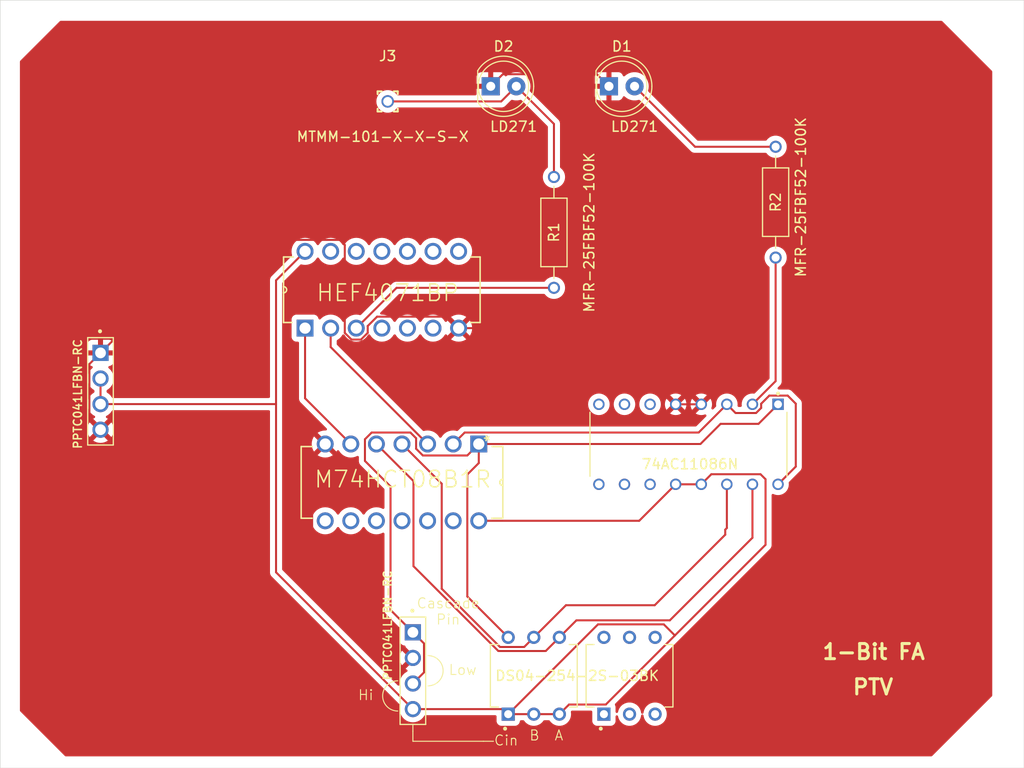
<source format=kicad_pcb>
(kicad_pcb (version 20240108) (generator "pcbnew") (generator_version "8.0")
  (layers (0 "F.Cu" signal) (31 "B.Cu" signal) (34 "B.Paste" user) (35 "F.Paste" user) (36 "B.SilkS" user "B.Silkscreen") (37 "F.SilkS" user "F.Silkscreen") (38 "B.Mask" user) (39 "F.Mask" user) (44 "Edge.Cuts" user))
  (net 0 "")
  (net 1 "Net-(D1-A)")
  (net 2 "+5V")
  (net 3 "Net-(D2-A)")
  (net 4 "GND")
  (net 5 "/Cin")
  (net 6 "Net-(U3-1Y)")
  (net 7 "/A")
  (net 8 "/B")
  (net 24 "Net-(U4-1Y)")
  (net 35 "Net-(U1-1Y)")
  (net 36 "Net-(U1-2Y)")
  (net 38 "Net-(U1-1B)")
  (footprint "PPTC041LFBN-RC:SULLINS_PPTC041LFBN-RC" (layer "F.Cu") (at 129.5 135.5 -90)
    (property "Reference" "J2" (hide yes))
    (property "Value" "PPTC041LFBN-RC" (at -4.5 2.5 90) (layer "F.SilkS") (effects (font (size 0.8 0.8))))
    (fp_line (start -5.33 1.27) (end 5.33 1.27) (stroke (width 0.127)) (layer "F.SilkS"))
    (fp_line (start 5.33 1.27) (end 5.33 -1.27) (stroke (width 0.127)) (layer "F.SilkS"))
    (fp_line (start -5.33 -1.27) (end -5.33 1.27) (stroke (width 0.127)) (layer "F.SilkS"))
    (fp_line (start 5.33 -1.27) (end -5.33 -1.27) (stroke (width 0.127)) (layer "F.SilkS"))
    (fp_circle (center -5.96 0.05) (end -5.86 0.05) (stroke (width 0.2)) (fill none) (layer "F.SilkS"))
    (pad "1" thru_hole rect (at -3.81 0 270) (size 1.605 1.605) (drill 1.07) (layers "*.Cu" "*.Mask") (net 5 "/Cin"))
    (pad "2" thru_hole circle (at -1.27 0 270) (size 1.605 1.605) (drill 1.07) (layers "*.Cu" "*.Mask") (net 4 "GND"))
    (pad "3" thru_hole circle (at 1.27 0 270) (size 1.605 1.605) (drill 1.07) (layers "*.Cu" "*.Mask") (net 5 "/Cin"))
    (pad "4" thru_hole circle (at 3.81 0 270) (size 1.605 1.605) (drill 1.07) (layers "*.Cu" "*.Mask") (net 2 "+5V"))
  )
  (footprint "DS04-254-2S-03BK:SW_DS04-254-2S-03BK" (layer "F.Cu") (at 141.5 136 90)
    (property "Reference" "S1" (hide yes))
    (property "Value" "DS04-254-2S-03BK" (at 0 4.31 0) (layer "F.SilkS"))
    (fp_line (start 3.1 -4.31) (end -3.1 -4.31) (stroke (width 0.127)) (layer "F.SilkS"))
    (fp_line (start -3.1 -4.31) (end -3.1 -3.52) (stroke (width 0.127)) (layer "F.SilkS"))
    (fp_line (start 3.1 -3.52) (end 3.1 -4.31) (stroke (width 0.127)) (layer "F.SilkS"))
    (fp_line (start -3.1 3.52) (end -3.1 4.31) (stroke (width 0.127)) (layer "F.SilkS"))
    (fp_line (start 3.1 4.31) (end 3.1 3.52) (stroke (width 0.127)) (layer "F.SilkS"))
    (fp_line (start -3.1 4.31) (end 3.1 4.31) (stroke (width 0.127)) (layer "F.SilkS"))
    (fp_circle (center -5.25 -2.85) (end -5.15 -2.85) (stroke (width 0.2)) (fill none) (layer "F.SilkS"))
    (pad "1A" thru_hole rect (at -3.81 -2.54 90) (size 1.308 1.308) (drill 0.8) (layers "*.Cu" "*.Mask") (net 2 "+5V"))
    (pad "1B" thru_hole circle (at 3.81 -2.54 90) (size 1.308 1.308) (drill 0.8) (layers "*.Cu" "*.Mask") (net 5 "/Cin"))
    (pad "2A" thru_hole circle (at -3.81 0 90) (size 1.308 1.308) (drill 0.8) (layers "*.Cu" "*.Mask") (net 2 "+5V"))
    (pad "2B" thru_hole circle (at 3.81 0 90) (size 1.308 1.308) (drill 0.8) (layers "*.Cu" "*.Mask") (net 8 "/B"))
    (pad "3A" thru_hole circle (at -3.81 2.54 90) (size 1.308 1.308) (drill 0.8) (layers "*.Cu" "*.Mask") (net 2 "+5V"))
    (pad "3B" thru_hole circle (at 3.81 2.54 90) (size 1.308 1.308) (drill 0.8) (layers "*.Cu" "*.Mask") (net 7 "/A"))
  )
  (footprint "LED_THT:LED_D5.0mm_IRGrey" (layer "F.Cu") (at 137.225 77.5)
    (property "Reference" "D2" (at 1.27 -3.96 0) (layer "F.SilkS"))
    (property "Value" "LD271" (at 2.275 4 0) (layer "F.SilkS"))
    (fp_line (start -1.29 -1.545) (end -1.29 1.545) (stroke (width 0.12)) (layer "F.SilkS"))
    (fp_arc (start -1.29 -1.54483) (mid 2.072002 -2.880433) (end 4.26 0.000462) (stroke (width 0.12)) (layer "F.SilkS"))
    (fp_arc (start 4.26 -0.000462) (mid 2.072002 2.880433) (end -1.29 1.54483) (stroke (width 0.12)) (layer "F.SilkS"))
    (fp_circle (center 1.27 0) (end 3.77 0) (stroke (width 0.12)) (fill none) (layer "F.SilkS"))
    (pad "1" thru_hole rect (at 0 0) (size 1.8 1.8) (drill 0.9) (layers "*.Cu" "*.Mask") (net 4 "GND"))
    (pad "2" thru_hole circle (at 2.54 0) (size 1.8 1.8) (drill 0.9) (layers "*.Cu" "*.Mask") (net 3 "Net-(D2-A)"))
  )
  (footprint "MTMM-101-X-X-S-X:SAMTEC_MTMM-101-X-X-S-X" (layer "F.Cu") (at 127 79)
    (property "Reference" "J3" (at 0 -4.5 0) (layer "F.SilkS"))
    (property "Value" "MTMM-101-X-X-S-X" (at -0.5 3.5 0) (layer "F.SilkS"))
    (fp_line (start -1 -1) (end -1 -0.73) (stroke (width 0.2)) (layer "F.SilkS"))
    (fp_line (start -1 -1) (end -0.605 -1) (stroke (width 0.2)) (layer "F.SilkS"))
    (fp_line (start -1 1) (end -1 0.73) (stroke (width 0.2)) (layer "F.SilkS"))
    (fp_line (start -0.605 1) (end -1 1) (stroke (width 0.2)) (layer "F.SilkS"))
    (fp_line (start 0.605 -1) (end 1 -1) (stroke (width 0.2)) (layer "F.SilkS"))
    (fp_line (start 1 -1) (end 1 -0.73) (stroke (width 0.2)) (layer "F.SilkS"))
    (fp_line (start 1 1) (end 0.605 1) (stroke (width 0.2)) (layer "F.SilkS"))
    (fp_line (start 1 1) (end 1 0.73) (stroke (width 0.2)) (layer "F.SilkS"))
    (pad "01" thru_hole circle (at 0 0) (size 1.24 1.24) (drill 0.89) (layers "*.Cu" "*.Mask") (net 3 "Net-(D2-A)"))
  )
  (footprint "HEF4071BP:DIP254P762X420-14" (layer "F.Cu") (at 134.04 93.88 90)
    (property "Reference" "U3" (hide yes))
    (property "Value" "HEF4071BP" (at -4.12 -7.04 0) (layer "F.SilkS") (effects (font (size 1.642244 1.642244))))
    (fp_line (start -0.5588 -17.3736) (end -3.5052 -17.3736) (stroke (width 0.1524)) (layer "F.SilkS"))
    (fp_line (start -3.5052 -17.3736) (end -4.1148 -17.3736) (stroke (width 0.1524)) (layer "F.SilkS"))
    (fp_line (start -4.1148 -17.3736) (end -7.0612 -17.3736) (stroke (width 0.1524)) (layer "F.SilkS"))
    (fp_line (start -7.0612 -17.3736) (end -7.0612 -16.5354) (stroke (width 0.1524)) (layer "F.SilkS"))
    (fp_line (start -0.5588 -16.4084) (end -0.5588 -17.3736) (stroke (width 0.1524)) (layer "F.SilkS"))
    (fp_line (start -7.0612 1.1684) (end -7.0612 2.1336) (stroke (width 0.1524)) (layer "F.SilkS"))
    (fp_line (start -0.5588 2.1336) (end -0.5588 1.1684) (stroke (width 0.1524)) (layer "F.SilkS"))
    (fp_line (start -7.0612 2.1336) (end -0.5588 2.1336) (stroke (width 0.1524)) (layer "F.SilkS"))
    (fp_arc (start -3.5052 -17.3736) (mid -3.81 -17.0688) (end -4.1148 -17.3736) (stroke (width 0.1524)) (layer "F.SilkS"))
    (pad "1" thru_hole rect (at -7.62 -15.24 90) (size 1.6764 1.6764) (drill 1.1176) (layers "*.Cu" "*.Mask") (net 36 "Net-(U1-2Y)"))
    (pad "2" thru_hole circle (at -7.62 -12.7 90) (size 1.6764 1.6764) (drill 1.1176) (layers "*.Cu" "*.Mask") (net 35 "Net-(U1-1Y)"))
    (pad "3" thru_hole circle (at -7.62 -10.16 90) (size 1.6764 1.6764) (drill 1.1176) (layers "*.Cu" "*.Mask") (net 6 "Net-(U3-1Y)"))
    (pad "4" thru_hole circle (at -7.62 -7.62 90) (size 1.6764 1.6764) (drill 1.1176) (layers "*.Cu" "*.Mask"))
    (pad "5" thru_hole circle (at -7.62 -5.08 90) (size 1.6764 1.6764) (drill 1.1176) (layers "*.Cu" "*.Mask"))
    (pad "6" thru_hole circle (at -7.62 -2.54 90) (size 1.6764 1.6764) (drill 1.1176) (layers "*.Cu" "*.Mask"))
    (pad "7" thru_hole circle (at -7.62 0 90) (size 1.6764 1.6764) (drill 1.1176) (layers "*.Cu" "*.Mask") (net 4 "GND"))
    (pad "8" thru_hole circle (at 0 0 90) (size 1.6764 1.6764) (drill 1.1176) (layers "*.Cu" "*.Mask"))
    (pad "9" thru_hole circle (at 0 -2.54 90) (size 1.6764 1.6764) (drill 1.1176) (layers "*.Cu" "*.Mask"))
    (pad "10" thru_hole circle (at 0 -5.08 90) (size 1.6764 1.6764) (drill 1.1176) (layers "*.Cu" "*.Mask"))
    (pad "11" thru_hole circle (at 0 -7.62 90) (size 1.6764 1.6764) (drill 1.1176) (layers "*.Cu" "*.Mask"))
    (pad "12" thru_hole circle (at 0 -10.16 90) (size 1.6764 1.6764) (drill 1.1176) (layers "*.Cu" "*.Mask"))
    (pad "13" thru_hole circle (at 0 -12.7 90) (size 1.6764 1.6764) (drill 1.1176) (layers "*.Cu" "*.Mask"))
    (pad "14" thru_hole circle (at 0 -15.24 90) (size 1.6764 1.6764) (drill 1.1176) (layers "*.Cu" "*.Mask") (net 2 "+5V"))
  )
  (footprint "MFR-25FBF52-100K:RESAD1100W55L680D260" (layer "F.Cu") (at 165.5 89 90)
    (property "Reference" "R2" (at 0 0 270) (layer "F.SilkS"))
    (property "Value" "MFR-25FBF52-100K" (at 0.5 2.5 270) (layer "F.SilkS"))
    (fp_line (start 3.4 -1.3) (end -3.4 -1.3) (stroke (width 0.127)) (layer "F.SilkS"))
    (fp_line (start -3.4 -1.3) (end -3.4 0) (stroke (width 0.127)) (layer "F.SilkS"))
    (fp_line (start 4.58 0) (end 3.4 0) (stroke (width 0.127)) (layer "F.SilkS"))
    (fp_line (start 3.4 0) (end 3.4 -1.3) (stroke (width 0.127)) (layer "F.SilkS"))
    (fp_line (start -3.4 0) (end -3.4 1.3) (stroke (width 0.127)) (layer "F.SilkS"))
    (fp_line (start -4.58 0) (end -3.4 0) (stroke (width 0.127)) (layer "F.SilkS"))
    (fp_line (start 3.4 1.3) (end 3.4 0) (stroke (width 0.127)) (layer "F.SilkS"))
    (fp_line (start -3.4 1.3) (end 3.4 1.3) (stroke (width 0.127)) (layer "F.SilkS"))
    (pad "1" thru_hole circle (at -5.5 0 90) (size 1.2 1.2) (drill 0.8) (layers "*.Cu" "*.Mask") (net 24 "Net-(U4-1Y)"))
    (pad "2" thru_hole circle (at 5.5 0 90) (size 1.2 1.2) (drill 0.8) (layers "*.Cu" "*.Mask") (net 1 "Net-(D1-A)"))
  )
  (footprint "MFR-25FBF52-100K:RESAD1100W55L680D260" (layer "F.Cu") (at 143.5 92 90)
    (property "Reference" "R1" (at 0 0 270) (layer "F.SilkS"))
    (property "Value" "MFR-25FBF52-100K" (at 0 3.5 270) (layer "F.SilkS"))
    (fp_line (start 3.4 -1.3) (end -3.4 -1.3) (stroke (width 0.127)) (layer "F.SilkS"))
    (fp_line (start -3.4 -1.3) (end -3.4 0) (stroke (width 0.127)) (layer "F.SilkS"))
    (fp_line (start 4.58 0) (end 3.4 0) (stroke (width 0.127)) (layer "F.SilkS"))
    (fp_line (start 3.4 0) (end 3.4 -1.3) (stroke (width 0.127)) (layer "F.SilkS"))
    (fp_line (start -3.4 0) (end -3.4 1.3) (stroke (width 0.127)) (layer "F.SilkS"))
    (fp_line (start -4.58 0) (end -3.4 0) (stroke (width 0.127)) (layer "F.SilkS"))
    (fp_line (start 3.4 1.3) (end 3.4 0) (stroke (width 0.127)) (layer "F.SilkS"))
    (fp_line (start -3.4 1.3) (end 3.4 1.3) (stroke (width 0.127)) (layer "F.SilkS"))
    (pad "1" thru_hole circle (at -5.5 0 90) (size 1.2 1.2) (drill 0.8) (layers "*.Cu" "*.Mask") (net 6 "Net-(U3-1Y)"))
    (pad "2" thru_hole circle (at 5.5 0 90) (size 1.2 1.2) (drill 0.8) (layers "*.Cu" "*.Mask") (net 3 "Net-(D2-A)"))
  )
  (footprint "74AC11086N:DIP794W45P254L1969H508Q16" (layer "F.Cu") (at 156.85 113.03 -90)
    (property "Reference" "U4" (hide yes))
    (property "Value" "74AC11086N" (at 1.97 -0.15 180) (layer "F.SilkS"))
    (fp_line (start -3.175 9.775) (end 3.175 9.775) (stroke (width 0.127)) (layer "F.SilkS"))
    (fp_line (start -3.175 -9.775) (end 3.175 -9.775) (stroke (width 0.127)) (layer "F.SilkS"))
    (fp_circle (center -5.035 -8.89) (end -4.935 -8.89) (stroke (width 0.2)) (fill none) (layer "F.SilkS"))
    (pad "1" thru_hole rect (at -3.97 -8.89 270) (size 1.13 1.13) (drill 0.78) (layers "*.Cu" "*.Mask") (net 5 "/Cin"))
    (pad "2" thru_hole circle (at -3.97 -6.35 270) (size 1.13 1.13) (drill 0.78) (layers "*.Cu" "*.Mask") (net 24 "Net-(U4-1Y)"))
    (pad "3" thru_hole circle (at -3.97 -3.81 270) (size 1.13 1.13) (drill 0.78) (layers "*.Cu" "*.Mask") (net 38 "Net-(U1-1B)"))
    (pad "4" thru_hole circle (at -3.97 -1.27 270) (size 1.13 1.13) (drill 0.78) (layers "*.Cu" "*.Mask") (net 4 "GND"))
    (pad "5" thru_hole circle (at -3.97 1.27 270) (size 1.13 1.13) (drill 0.78) (layers "*.Cu" "*.Mask") (net 4 "GND"))
    (pad "6" thru_hole circle (at -3.97 3.81 270) (size 1.13 1.13) (drill 0.78) (layers "*.Cu" "*.Mask"))
    (pad "7" thru_hole circle (at -3.97 6.35 270) (size 1.13 1.13) (drill 0.78) (layers "*.Cu" "*.Mask"))
    (pad "8" thru_hole circle (at -3.97 8.89 270) (size 1.13 1.13) (drill 0.78) (layers "*.Cu" "*.Mask"))
    (pad "9" thru_hole circle (at 3.97 8.89 270) (size 1.13 1.13) (drill 0.78) (layers "*.Cu" "*.Mask"))
    (pad "10" thru_hole circle (at 3.97 6.35 270) (size 1.13 1.13) (drill 0.78) (layers "*.Cu" "*.Mask"))
    (pad "11" thru_hole circle (at 3.97 3.81 270) (size 1.13 1.13) (drill 0.78) (layers "*.Cu" "*.Mask"))
    (pad "12" thru_hole circle (at 3.97 1.27 270) (size 1.13 1.13) (drill 0.78) (layers "*.Cu" "*.Mask") (net 2 "+5V"))
    (pad "13" thru_hole circle (at 3.97 -1.27 270) (size 1.13 1.13) (drill 0.78) (layers "*.Cu" "*.Mask") (net 2 "+5V"))
    (pad "14" thru_hole circle (at 3.97 -3.81 270) (size 1.13 1.13) (drill 0.78) (layers "*.Cu" "*.Mask") (net 8 "/B"))
    (pad "15" thru_hole circle (at 3.97 -6.35 270) (size 1.13 1.13) (drill 0.78) (layers "*.Cu" "*.Mask") (net 7 "/A"))
    (pad "16" thru_hole circle (at 3.97 -8.89 270) (size 1.13 1.13) (drill 0.78) (layers "*.Cu" "*.Mask") (net 38 "Net-(U1-1B)"))
  )
  (footprint "M74HCT08B1R:DIP254P762X510-14" (layer "F.Cu") (at 120.8 120.62 -90)
    (property "Reference" "U1" (hide yes))
    (property "Value" "M74HCT08B1R" (at -4.12 -7.7 180) (layer "F.SilkS") (effects (font (size 1.64 1.64))))
    (fp_line (start -7.366 2.3876) (end -0.254 2.3876) (stroke (width 0.1524)) (layer "F.SilkS"))
    (fp_line (start -0.254 2.3876) (end -0.254 1.2954) (stroke (width 0.1524)) (layer "F.SilkS"))
    (fp_line (start -7.366 1.2954) (end -7.366 2.3876) (stroke (width 0.1524)) (layer "F.SilkS"))
    (fp_line (start -0.254 -16.5354) (end -0.254 -17.6276) (stroke (width 0.1524)) (layer "F.SilkS"))
    (fp_line (start -7.366 -17.6276) (end -7.366 -16.5608) (stroke (width 0.1524)) (layer "F.SilkS"))
    (fp_line (start -4.1148 -17.6276) (end -7.366 -17.6276) (stroke (width 0.1524)) (layer "F.SilkS"))
    (fp_line (start -3.5052 -17.6276) (end -4.1148 -17.6276) (stroke (width 0.1524)) (layer "F.SilkS"))
    (fp_line (start -0.254 -17.6276) (end -3.5052 -17.6276) (stroke (width 0.1524)) (layer "F.SilkS"))
    (fp_arc (start -3.5052 -17.6276) (mid -3.81 -17.3228) (end -4.1148 -17.6276) (stroke (width 0.1524)) (layer "F.SilkS"))
    (fp_text user "*" (at -8.2042 -16.3576 90) (layer "F.SilkS"))
    (pad "1" thru_hole rect (at -7.62 -15.24 270) (size 1.6764 1.6764) (drill 1.1176) (layers "*.Cu" "*.Mask") (net 5 "/Cin"))
    (pad "2" thru_hole circle (at -7.62 -12.7 270) (size 1.6764 1.6764) (drill 1.1176) (layers "*.Cu" "*.Mask") (net 38 "Net-(U1-1B)"))
    (pad "3" thru_hole circle (at -7.62 -10.16 270) (size 1.6764 1.6764) (drill 1.1176) (layers "*.Cu" "*.Mask") (net 35 "Net-(U1-1Y)"))
    (pad "4" thru_hole circle (at -7.62 -7.62 270) (size 1.6764 1.6764) (drill 1.1176) (layers "*.Cu" "*.Mask") (net 8 "/B"))
    (pad "5" thru_hole circle (at -7.62 -5.08 270) (size 1.6764 1.6764) (drill 1.1176) (layers "*.Cu" "*.Mask") (net 7 "/A"))
    (pad "6" thru_hole circle (at -7.62 -2.54 270) (size 1.6764 1.6764) (drill 1.1176) (layers "*.Cu" "*.Mask") (net 36 "Net-(U1-2Y)"))
    (pad "7" thru_hole circle (at -7.62 0 270) (size 1.6764 1.6764) (drill 1.1176) (layers "*.Cu" "*.Mask") (net 4 "GND"))
    (pad "8" thru_hole circle (at 0 0 270) (size 1.6764 1.6764) (drill 1.1176) (layers "*.Cu" "*.Mask"))
    (pad "9" thru_hole circle (at 0 -2.54 270) (size 1.6764 1.6764) (drill 1.1176) (layers "*.Cu" "*.Mask"))
    (pad "10" thru_hole circle (at 0 -5.08 270) (size 1.6764 1.6764) (drill 1.1176) (layers "*.Cu" "*.Mask"))
    (pad "11" thru_hole circle (at 0 -7.62 270) (size 1.6764 1.6764) (drill 1.1176) (layers "*.Cu" "*.Mask"))
    (pad "12" thru_hole circle (at 0 -10.16 270) (size 1.6764 1.6764) (drill 1.1176) (layers "*.Cu" "*.Mask"))
    (pad "13" thru_hole circle (at 0 -12.7 270) (size 1.6764 1.6764) (drill 1.1176) (layers "*.Cu" "*.Mask"))
    (pad "14" thru_hole circle (at 0 -15.24 270) (size 1.6764 1.6764) (drill 1.1176) (layers "*.Cu" "*.Mask") (net 2 "+5V"))
  )
  (footprint "PPTC041LFBN-RC:SULLINS_PPTC041LFBN-RC" (layer "F.Cu") (at 98.5 107.77 -90)
    (property "Reference" "J1" (hide yes))
    (property "Value" "PPTC041LFBN-RC" (at 0.27 2.258 90) (layer "F.SilkS") (effects (font (size 0.8 0.8))))
    (fp_line (start -5.33 1.27) (end 5.33 1.27) (stroke (width 0.127)) (layer "F.SilkS"))
    (fp_line (start 5.33 1.27) (end 5.33 -1.27) (stroke (width 0.127)) (layer "F.SilkS"))
    (fp_line (start -5.33 -1.27) (end -5.33 1.27) (stroke (width 0.127)) (layer "F.SilkS"))
    (fp_line (start 5.33 -1.27) (end -5.33 -1.27) (stroke (width 0.127)) (layer "F.SilkS"))
    (fp_circle (center -5.96 0.05) (end -5.86 0.05) (stroke (width 0.2)) (fill none) (layer "F.SilkS"))
    (pad "1" thru_hole rect (at -3.81 0 270) (size 1.605 1.605) (drill 1.07) (layers "*.Cu" "*.Mask") (net 4 "GND"))
    (pad "2" thru_hole circle (at -1.27 0 270) (size 1.605 1.605) (drill 1.07) (layers "*.Cu" "*.Mask") (net 2 "+5V"))
    (pad "3" thru_hole circle (at 1.27 0 270) (size 1.605 1.605) (drill 1.07) (layers "*.Cu" "*.Mask") (net 2 "+5V"))
    (pad "4" thru_hole circle (at 3.81 0 270) (size 1.605 1.605) (drill 1.07) (layers "*.Cu" "*.Mask") (net 4 "GND"))
  )
  (footprint "LED_THT:LED_D5.0mm_IRGrey" (layer "F.Cu") (at 148.96 77.5)
    (property "Reference" "D1" (at 1.27 -3.96 0) (layer "F.SilkS"))
    (property "Value" "LD271" (at 2.54 4 0) (layer "F.SilkS"))
    (fp_line (start -1.29 -1.545) (end -1.29 1.545) (stroke (width 0.12)) (layer "F.SilkS"))
    (fp_arc (start -1.29 -1.54483) (mid 2.072002 -2.880433) (end 4.26 0.000462) (stroke (width 0.12)) (layer "F.SilkS"))
    (fp_arc (start 4.26 -0.000462) (mid 2.072002 2.880433) (end -1.29 1.54483) (stroke (width 0.12)) (layer "F.SilkS"))
    (fp_circle (center 1.27 0) (end 3.77 0) (stroke (width 0.12)) (fill none) (layer "F.SilkS"))
    (pad "1" thru_hole rect (at 0 0) (size 1.8 1.8) (drill 0.9) (layers "*.Cu" "*.Mask") (net 4 "GND"))
    (pad "2" thru_hole circle (at 2.54 0) (size 1.8 1.8) (drill 0.9) (layers "*.Cu" "*.Mask") (net 1 "Net-(D1-A)"))
  )
  (footprint "DS04-254-2S-03BK:SW_DS04-254-2S-03BK" (layer "F.Cu") (at 151 136 90)
    (property "Reference" "S2" (hide yes))
    (property "Value" "DS04-254-2S-03BK" (hide yes))
    (fp_line (start 3.1 -4.31) (end -3.1 -4.31) (stroke (width 0.127)) (layer "F.SilkS"))
    (fp_line (start -3.1 -4.31) (end -3.1 -3.52) (stroke (width 0.127)) (layer "F.SilkS"))
    (fp_line (start 3.1 -3.52) (end 3.1 -4.31) (stroke (width 0.127)) (layer "F.SilkS"))
    (fp_line (start -3.1 3.52) (end -3.1 4.31) (stroke (width 0.127)) (layer "F.SilkS"))
    (fp_line (start 3.1 4.31) (end 3.1 3.52) (stroke (width 0.127)) (layer "F.SilkS"))
    (fp_line (start -3.1 4.31) (end 3.1 4.31) (stroke (width 0.127)) (layer "F.SilkS"))
    (fp_circle (center -5.25 -2.85) (end -5.15 -2.85) (stroke (width 0.2)) (fill none) (layer "F.SilkS"))
    (pad "1A" thru_hole rect (at -3.81 -2.54 90) (size 1.308 1.308) (drill 0.8) (layers "*.Cu" "*.Mask"))
    (pad "1B" thru_hole circle (at 3.81 -2.54 90) (size 1.308 1.308) (drill 0.8) (layers "*.Cu" "*.Mask"))
    (pad "2A" thru_hole circle (at -3.81 0 90) (size 1.308 1.308) (drill 0.8) (layers "*.Cu" "*.Mask"))
    (pad "2B" thru_hole circle (at 3.81 0 90) (size 1.308 1.308) (drill 0.8) (layers "*.Cu" "*.Mask"))
    (pad "3A" thru_hole circle (at -3.81 2.54 90) (size 1.308 1.308) (drill 0.8) (layers "*.Cu" "*.Mask"))
    (pad "3B" thru_hole circle (at 3.81 2.54 90) (size 1.308 1.308) (drill 0.8) (layers "*.Cu" "*.Mask"))
  )
  (gr_arc (start 128 139.5) (mid 126.5 138) (end 128 136.5) (stroke (width 0.1)) (layer "F.SilkS"))
  (gr_line (start 136.5 142.5) (end 129.5 142.5) (stroke (width 0.1)) (layer "F.SilkS"))
  (gr_line (start 129.5 142.5) (end 129.5 141.5) (stroke (width 0.1)) (layer "F.SilkS"))
  (gr_line (start 136.5 142.5) (end 137.5 142.5) (stroke (width 0.1)) (layer "F.SilkS"))
  (gr_line (start 129.5 141.5) (end 129.5 140.83) (stroke (width 0.1)) (layer "F.SilkS"))
  (gr_arc (start 131 134) (mid 132.5 135.5) (end 131 137) (stroke (width 0.1)) (layer "F.SilkS"))
  (gr_rect (start 88.5492 68.96) (end 190.1492 145.16) (stroke (width 0.05)) (fill none) (layer "Edge.Cuts"))
  (gr_text "Cascade\nPin" (at 133 131 0) (layer "F.SilkS") (effects (font (size 1 1) (thickness 0.1)) (justify bottom)))
  (gr_text "A" (at 143.5 142.5 0) (layer "F.SilkS") (effects (font (size 1 1) (thickness 0.1)) (justify left bottom)))
  (gr_text "B" (at 141 142.5 0) (layer "F.SilkS") (effects (font (size 1 1) (thickness 0.1)) (justify left bottom)))
  (gr_text "Cin" (at 137.5 143 0) (layer "F.SilkS") (effects (font (size 1 1) (thickness 0.1)) (justify left bottom)))
  (gr_text "Low" (at 133 136 0) (layer "F.SilkS") (effects (font (size 1 1) (thickness 0.1)) (justify left bottom)))
  (gr_text "1-Bit FA" (at 170 134.5 0) (layer "F.SilkS") (effects (font (size 1.5 1.5) (thickness 0.3) (bold yes)) (justify left bottom)))
  (gr_text "Hi" (at 124 138.5 0) (layer "F.SilkS") (effects (font (size 1 1) (thickness 0.1)) (justify left bottom)))
  (gr_text "PTV" (at 173 138 0) (layer "F.SilkS") (effects (font (size 1.5 1.5) (thickness 0.3) (bold yes)) (justify left bottom)))
  (segment (start 151.5 77.5) (end 157.5 83.5) (width 0.2) (layer "F.Cu") (net 1))
  (segment (start 157.5 83.5) (end 165.5 83.5) (width 0.2) (layer "F.Cu") (net 1))
  (segment (start 115.92 96.76) (end 115.92 109.04) (width 0.2) (layer "F.Cu") (net 2))
  (segment (start 164 116) (end 159.12 116) (width 0.2) (layer "F.Cu") (net 2))
  (segment (start 144.04 139.81) (end 144.994 138.856) (width 0.2) (layer "F.Cu") (net 2))
  (segment (start 144.994 138.856) (end 148.644 138.856) (width 0.2) (layer "F.Cu") (net 2))
  (segment (start 151.96 120.62) (end 155.58 117) (width 0.2) (layer "F.Cu") (net 2))
  (segment (start 115.92 109.04) (end 115.92 125.73) (width 0.2) (layer "F.Cu") (net 2))
  (segment (start 129.5 139.31) (end 138.46 139.31) (width 0.2) (layer "F.Cu") (net 2))
  (segment (start 138.46 139.31) (end 138.96 139.81) (width 0.2) (layer "F.Cu") (net 2))
  (segment (start 164.5 123) (end 164.5 116.5) (width 0.2) (layer "F.Cu") (net 2))
  (segment (start 155.5 132) (end 164.5 123) (width 0.2) (layer "F.Cu") (net 2))
  (segment (start 115.92 125.73) (end 129.5 139.31) (width 0.2) (layer "F.Cu") (net 2))
  (segment (start 164.5 116.5) (end 164 116) (width 0.2) (layer "F.Cu") (net 2))
  (segment (start 118.8 93.88) (end 115.92 96.76) (width 0.2) (layer "F.Cu") (net 2))
  (segment (start 138.96 139.81) (end 144.04 139.81) (width 0.2) (layer "F.Cu") (net 2))
  (segment (start 136.04 120.62) (end 151.96 120.62) (width 0.2) (layer "F.Cu") (net 2))
  (segment (start 138.96 139.81) (end 147.87 130.9) (width 0.2) (layer "F.Cu") (net 2))
  (segment (start 158.12 117) (end 155.58 117) (width 0.2) (layer "F.Cu") (net 2))
  (segment (start 98.5 109.04) (end 98.5 106.5) (width 0.2) (layer "F.Cu") (net 2))
  (segment (start 159.12 116) (end 158.12 117) (width 0.2) (layer "F.Cu") (net 2))
  (segment (start 147.87 130.9) (end 154.4 130.9) (width 0.2) (layer "F.Cu") (net 2))
  (segment (start 154.4 130.9) (end 155.5 132) (width 0.2) (layer "F.Cu") (net 2))
  (segment (start 148.644 138.856) (end 155.5 132) (width 0.2) (layer "F.Cu") (net 2))
  (segment (start 98.5 109.04) (end 115.92 109.04) (width 0.2) (layer "F.Cu") (net 2))
  (segment (start 143.5 86.5) (end 143.5 81.235) (width 0.2) (layer "F.Cu") (net 3))
  (segment (start 143.5 81.235) (end 139.765 77.5) (width 0.2) (layer "F.Cu") (net 3))
  (segment (start 138.265 79) (end 139.765 77.5) (width 0.2) (layer "F.Cu") (net 3))
  (segment (start 127 79) (end 138.265 79) (width 0.2) (layer "F.Cu") (net 3))
  (segment (start 125.948542 100.3618) (end 132.9018 100.3618) (width 0.2) (layer "F.Cu") (net 4))
  (segment (start 125.0182 101.292142) (end 125.948542 100.3618) (width 0.2) (layer "F.Cu") (net 4))
  (segment (start 97.3975 105.0625) (end 98.5 103.96) (width 0.2) (layer "F.Cu") (net 4))
  (segment (start 129.5 134.23) (end 119.5 124.23) (width 0.2) (layer "F.Cu") (net 4))
  (segment (start 148.96 100.56) (end 148.02 101.5) (width 0.2) (layer "F.Cu") (net 4))
  (segment (start 120.8 113) (end 117.2618 109.4618) (width 0.2) (layer "F.Cu") (net 4))
  (segment (start 117.2618 100.172514) (end 117.834315 99.6) (width 0.2) (layer "F.Cu") (net 4))
  (segment (start 132.9018 100.3618) (end 134.04 101.5) (width 0.2) (layer "F.Cu") (net 4))
  (segment (start 122.7418 99.5) (end 122.7418 101.971458) (width 0.2) (layer "F.Cu") (net 4))
  (segment (start 97.3975 110.4775) (end 97.3975 105.0625) (width 0.2) (layer "F.Cu") (net 4))
  (segment (start 123.408542 102.6382) (end 124.351458 102.6382) (width 0.2) (layer "F.Cu") (net 4))
  (segment (start 124.351458 102.6382) (end 125.0182 101.971458) (width 0.2) (layer "F.Cu") (net 4))
  (segment (start 109.7182 92.7418) (end 122.2418 92.7418) (width 0.2) (layer "F.Cu") (net 4))
  (segment (start 122.2418 92.7418) (end 122.7418 93.2418) (width 0.2) (layer "F.Cu") (net 4))
  (segment (start 138.425 76.3) (end 147.76 76.3) (width 0.2) (layer "F.Cu") (net 4))
  (segment (start 122.6418 99.6) (end 122.7418 99.5) (width 0.2) (layer "F.Cu") (net 4))
  (segment (start 122.7418 101.971458) (end 123.408542 102.6382) (width 0.2) (layer "F.Cu") (net 4))
  (segment (start 119.5 124.23) (end 119.5 114.3) (width 0.2) (layer "F.Cu") (net 4))
  (segment (start 122.7418 93.2418) (end 122.7418 99.5) (width 0.2) (layer "F.Cu") (net 4))
  (segment (start 98.5 103.96) (end 109.7182 92.7418) (width 0.2) (layer "F.Cu") (net 4))
  (segment (start 148.96 77.5) (end 148.96 100.56) (width 0.2) (layer "F.Cu") (net 4))
  (segment (start 148.02 101.5) (end 134.04 101.5) (width 0.2) (layer "F.Cu") (net 4))
  (segment (start 98.5 111.58) (end 97.3975 110.4775) (width 0.2) (layer "F.Cu") (net 4))
  (segment (start 117.2618 109.4618) (end 117.2618 100.172514) (width 0.2) (layer "F.Cu") (net 4))
  (segment (start 137.225 77.5) (end 138.425 76.3) (width 0.2) (layer "F.Cu") (net 4))
  (segment (start 117.834315 99.6) (end 122.6418 99.6) (width 0.2) (layer "F.Cu") (net 4))
  (segment (start 158.12 109.06) (end 155.58 109.06) (width 0.2) (layer "F.Cu") (net 4))
  (segment (start 125.0182 101.971458) (end 125.0182 101.292142) (width 0.2) (layer "F.Cu") (net 4))
  (segment (start 147.76 76.3) (end 148.96 77.5) (width 0.2) (layer "F.Cu") (net 4))
  (segment (start 155.58 109.06) (end 148.02 101.5) (width 0.2) (layer "F.Cu") (net 4))
  (segment (start 119.5 114.3) (end 120.8 113) (width 0.2) (layer "F.Cu") (net 4))
  (segment (start 134.9018 114.1382) (end 136.04 113) (width 0.2) (layer "F.Cu") (net 5))
  (segment (start 136.04 114.89) (end 134.9018 116.0282) (width 0.2) (layer "F.Cu") (net 5))
  (segment (start 129.5 131.69) (end 130.6025 132.7925) (width 0.2) (layer "F.Cu") (net 5))
  (segment (start 129.8218 112.427486) (end 129.8218 113.471458) (width 0.2) (layer "F.Cu") (net 5))
  (segment (start 163.8 111) (end 160.036705 111) (width 0.2) (layer "F.Cu") (net 5))
  (segment (start 158.036705 113) (end 136.04 113) (width 0.2) (layer "F.Cu") (net 5))
  (segment (start 130.6025 135.6675) (end 129.5 136.77) (width 0.2) (layer "F.Cu") (net 5))
  (segment (start 125.408542 111.8618) (end 129.256114 111.8618) (width 0.2) (layer "F.Cu") (net 5))
  (segment (start 130.488542 114.1382) (end 134.9018 114.1382) (width 0.2) (layer "F.Cu") (net 5))
  (segment (start 130.6025 132.7925) (end 130.6025 135.6675) (width 0.2) (layer "F.Cu") (net 5))
  (segment (start 160.036705 111) (end 158.036705 113) (width 0.2) (layer "F.Cu") (net 5))
  (segment (start 127.2818 117.2182) (end 124.7418 114.6782) (width 0.2) (layer "F.Cu") (net 5))
  (segment (start 134.9018 128.1318) (end 138.96 132.19) (width 0.2) (layer "F.Cu") (net 5))
  (segment (start 124.7418 112.528542) (end 125.408542 111.8618) (width 0.2) (layer "F.Cu") (net 5))
  (segment (start 129.8218 113.471458) (end 130.488542 114.1382) (width 0.2) (layer "F.Cu") (net 5))
  (segment (start 129.256114 111.8618) (end 129.8218 112.427486) (width 0.2) (layer "F.Cu") (net 5))
  (segment (start 124.7418 114.6782) (end 124.7418 112.528542) (width 0.2) (layer "F.Cu") (net 5))
  (segment (start 127.2818 129.4718) (end 127.2818 117.2182) (width 0.2) (layer "F.Cu") (net 5))
  (segment (start 136.04 113) (end 136.04 114.89) (width 0.2) (layer "F.Cu") (net 5))
  (segment (start 165.74 109.06) (end 163.8 111) (width 0.2) (layer "F.Cu") (net 5))
  (segment (start 129.5 131.69) (end 127.2818 129.4718) (width 0.2) (layer "F.Cu") (net 5))
  (segment (start 134.9018 116.0282) (end 134.9018 128.1318) (width 0.2) (layer "F.Cu") (net 5))
  (segment (start 127.88 97.5) (end 123.88 101.5) (width 0.2) (layer "F.Cu") (net 6))
  (segment (start 143.5 97.5) (end 127.88 97.5) (width 0.2) (layer "F.Cu") (net 6))
  (segment (start 142.686 133.544) (end 144.04 132.19) (width 0.2) (layer "F.Cu") (net 7))
  (segment (start 129.5582 125.123886) (end 137.978314 133.544) (width 0.2) (layer "F.Cu") (net 7))
  (segment (start 144.04 132.19) (end 145.73 130.5) (width 0.2) (layer "F.Cu") (net 7))
  (segment (start 145.73 130.5) (end 155 130.5) (width 0.2) (layer "F.Cu") (net 7))
  (segment (start 163.2 122.3) (end 163.2 117) (width 0.2) (layer "F.Cu") (net 7))
  (segment (start 125.88 113) (end 129.5582 116.6782) (width 0.2) (layer "F.Cu") (net 7))
  (segment (start 137.978314 133.544) (end 142.686 133.544) (width 0.2) (layer "F.Cu") (net 7))
  (segment (start 129.5582 116.6782) (end 129.5582 125.123886) (width 0.2) (layer "F.Cu") (net 7))
  (segment (start 155 130.5) (end 163.2 122.3) (width 0.2) (layer "F.Cu") (net 7))
  (segment (start 153.5 129) (end 160.5 122) (width 0.2) (layer "F.Cu") (net 8))
  (segment (start 160.66 121.34) (end 160.66 117) (width 0.2) (layer "F.Cu") (net 8))
  (segment (start 160.5 121.5) (end 160.66 121.34) (width 0.2) (layer "F.Cu") (net 8))
  (segment (start 138.144 133.144) (end 132.3618 127.3618) (width 0.2) (layer "F.Cu") (net 8))
  (segment (start 144.69 129) (end 153.5 129) (width 0.2) (layer "F.Cu") (net 8))
  (segment (start 132.3618 127.3618) (end 132.3618 116.9418) (width 0.2) (layer "F.Cu") (net 8))
  (segment (start 141.5 132.19) (end 144.69 129) (width 0.2) (layer "F.Cu") (net 8))
  (segment (start 141.5 132.19) (end 140.546 133.144) (width 0.2) (layer "F.Cu") (net 8))
  (segment (start 140.546 133.144) (end 138.144 133.144) (width 0.2) (layer "F.Cu") (net 8))
  (segment (start 160.5 122) (end 160.5 121.5) (width 0.2) (layer "F.Cu") (net 8))
  (segment (start 132.3618 116.9418) (end 128.42 113) (width 0.2) (layer "F.Cu") (net 8))
  (segment (start 165.5 106.76) (end 165.5 94.5) (width 0.2) (layer "F.Cu") (net 24))
  (segment (start 163.2 109.06) (end 165.5 106.76) (width 0.2) (layer "F.Cu") (net 24))
  (segment (start 121.34 103.38) (end 130.96 113) (width 0.2) (layer "F.Cu") (net 35))
  (segment (start 121.34 101.5) (end 121.34 103.38) (width 0.2) (layer "F.Cu") (net 35))
  (segment (start 118.8 101.5) (end 118.8 108.46) (width 0.2) (layer "F.Cu") (net 36))
  (segment (start 118.8 108.46) (end 123.34 113) (width 0.2) (layer "F.Cu") (net 36))
  (segment (start 166.695 108.195) (end 167.5 109) (width 0.2) (layer "F.Cu") (net 38))
  (segment (start 161.525 109.925) (end 163.558295 109.925) (width 0.2) (layer "F.Cu") (net 38))
  (segment (start 167.5 109) (end 167.5 115.24) (width 0.2) (layer "F.Cu") (net 38))
  (segment (start 160.66 109.06) (end 157.8582 111.8618) (width 0.2) (layer "F.Cu") (net 38))
  (segment (start 164.875 108.195) (end 166.695 108.195) (width 0.2) (layer "F.Cu") (net 38))
  (segment (start 167.5 115.24) (end 165.74 117) (width 0.2) (layer "F.Cu") (net 38))
  (segment (start 160.66 109.06) (end 161.525 109.925) (width 0.2) (layer "F.Cu") (net 38))
  (segment (start 134.6382 111.8618) (end 133.5 113) (width 0.2) (layer "F.Cu") (net 38))
  (segment (start 157.8582 111.8618) (end 134.6382 111.8618) (width 0.2) (layer "F.Cu") (net 38))
  (segment (start 163.558295 109.925) (end 164.065 109.418295) (width 0.2) (layer "F.Cu") (net 38))
  (segment (start 164.065 109.418295) (end 164.065 109.005) (width 0.2) (layer "F.Cu") (net 38))
  (segment (start 164.065 109.005) (end 164.875 108.195) (width 0.2) (layer "F.Cu") (net 38))
  (zone (net 4) (net_name "GND") (layer "F.Cu") (connect_pads (clearance 0.5)) (min_thickness 0.25) (fill yes (thermal_gap 0.5) (thermal_bridge_width 0.5))
    (polygon (pts (xy 90.5 75) (xy 94.5 71) (xy 182 71) (xy 187 76) (xy 187 138) (xy 181 144) (xy 95 144) (xy 90.5 139.5)))
  )
)
</source>
